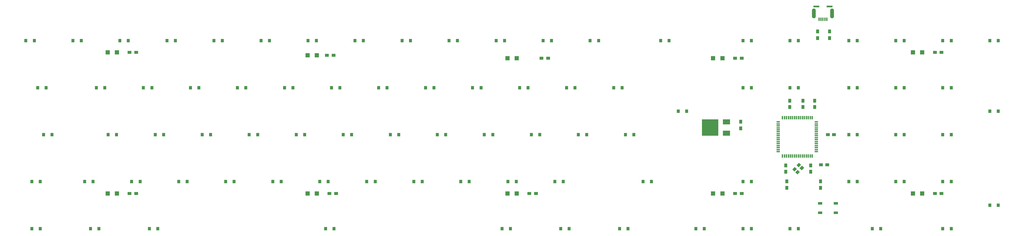
<source format=gbr>
G04 #@! TF.FileFunction,Paste,Bot*
%FSLAX46Y46*%
G04 Gerber Fmt 4.6, Leading zero omitted, Abs format (unit mm)*
G04 Created by KiCad (PCBNEW 4.0.7) date 2018 June 19, Tuesday 20:07:00*
%MOMM*%
%LPD*%
G01*
G04 APERTURE LIST*
%ADD10C,0.100000*%
%ADD11R,1.500000X1.250000*%
%ADD12R,1.250000X1.500000*%
%ADD13R,2.350000X0.800000*%
%ADD14R,0.500000X1.400000*%
%ADD15O,1.500000X4.000000*%
%ADD16R,1.475000X0.600000*%
%ADD17R,0.600000X1.475000*%
%ADD18R,1.300000X1.500000*%
%ADD19R,1.700000X1.000000*%
%ADD20R,3.000000X2.000000*%
%ADD21R,6.700000X6.700000*%
%ADD22R,1.500000X1.300000*%
%ADD23R,1.200000X1.400000*%
%ADD24R,1.750000X1.750000*%
G04 APERTURE END LIST*
D10*
D11*
X369450019Y-138101939D03*
X371950019Y-138101939D03*
D12*
X362187500Y-114656250D03*
X362187500Y-112156250D03*
X356843750Y-114656250D03*
X356843750Y-112156250D03*
X366937500Y-112156250D03*
X366937500Y-114656250D03*
D11*
X372218750Y-125875000D03*
X374718750Y-125875000D03*
D12*
X355262519Y-138351939D03*
X355262519Y-140851939D03*
X365262519Y-138351939D03*
X365262519Y-140851939D03*
D13*
X372925000Y-74050000D03*
X367575000Y-74050000D03*
D14*
X368650000Y-79250000D03*
X369450000Y-79250000D03*
X370250000Y-79250000D03*
X371050000Y-79250000D03*
X371850000Y-79250000D03*
D15*
X366600000Y-76850000D03*
X373900000Y-76850000D03*
D16*
X367625519Y-120726939D03*
X367625519Y-121526939D03*
X367625519Y-122326939D03*
X367625519Y-123126939D03*
X367625519Y-123926939D03*
X367625519Y-124726939D03*
X367625519Y-125526939D03*
X367625519Y-126326939D03*
X367625519Y-127126939D03*
X367625519Y-127926939D03*
X367625519Y-128726939D03*
X367625519Y-129526939D03*
X367625519Y-130326939D03*
X367625519Y-131126939D03*
X367625519Y-131926939D03*
X367625519Y-132726939D03*
D17*
X365887519Y-134464939D03*
X365087519Y-134464939D03*
X364287519Y-134464939D03*
X363487519Y-134464939D03*
X362687519Y-134464939D03*
X361887519Y-134464939D03*
X361087519Y-134464939D03*
X360287519Y-134464939D03*
X359487519Y-134464939D03*
X358687519Y-134464939D03*
X357887519Y-134464939D03*
X357087519Y-134464939D03*
X356287519Y-134464939D03*
X355487519Y-134464939D03*
X354687519Y-134464939D03*
X353887519Y-134464939D03*
D16*
X352149519Y-132726939D03*
X352149519Y-131926939D03*
X352149519Y-131126939D03*
X352149519Y-130326939D03*
X352149519Y-129526939D03*
X352149519Y-128726939D03*
X352149519Y-127926939D03*
X352149519Y-127126939D03*
X352149519Y-126326939D03*
X352149519Y-125526939D03*
X352149519Y-124726939D03*
X352149519Y-123926939D03*
X352149519Y-123126939D03*
X352149519Y-122326939D03*
X352149519Y-121526939D03*
X352149519Y-120726939D03*
D17*
X353887519Y-118988939D03*
X354687519Y-118988939D03*
X355487519Y-118988939D03*
X356287519Y-118988939D03*
X357087519Y-118988939D03*
X357887519Y-118988939D03*
X358687519Y-118988939D03*
X359487519Y-118988939D03*
X360287519Y-118988939D03*
X361087519Y-118988939D03*
X361887519Y-118988939D03*
X362687519Y-118988939D03*
X363487519Y-118988939D03*
X364287519Y-118988939D03*
X365087519Y-118988939D03*
X365887519Y-118988939D03*
D18*
X368125000Y-84162500D03*
X368125000Y-86862500D03*
X372875000Y-84162500D03*
X372875000Y-86862500D03*
X355656250Y-144712500D03*
X355656250Y-147412500D03*
X369312500Y-144712500D03*
X369312500Y-147412500D03*
D19*
X369131250Y-157462500D03*
X375431250Y-157462500D03*
X369131250Y-153662500D03*
X375431250Y-153662500D03*
D10*
G36*
X359944321Y-141970747D02*
X359095793Y-141122219D01*
X360085743Y-140132269D01*
X360934271Y-140980797D01*
X359944321Y-141970747D01*
X359944321Y-141970747D01*
G37*
G36*
X361641377Y-140273691D02*
X360792849Y-139425163D01*
X361782799Y-138435213D01*
X362631327Y-139283741D01*
X361641377Y-140273691D01*
X361641377Y-140273691D01*
G37*
G36*
X358742239Y-140768665D02*
X357893711Y-139920137D01*
X358883661Y-138930187D01*
X359732189Y-139778715D01*
X358742239Y-140768665D01*
X358742239Y-140768665D01*
G37*
G36*
X360439295Y-139071609D02*
X359590767Y-138223081D01*
X360580717Y-137233131D01*
X361429245Y-138081659D01*
X360439295Y-139071609D01*
X360439295Y-139071609D01*
G37*
D20*
X331300000Y-125300000D03*
D21*
X324650000Y-123000000D03*
D20*
X331300000Y-120700000D03*
D18*
X337000000Y-120650000D03*
X337000000Y-123350000D03*
D22*
X90087500Y-149625000D03*
X92787500Y-149625000D03*
X170837500Y-149625000D03*
X173537500Y-149625000D03*
X251587500Y-149625000D03*
X254287500Y-149625000D03*
X334712500Y-149625000D03*
X337412500Y-149625000D03*
X415462500Y-149625000D03*
X418162500Y-149625000D03*
X90087500Y-92625000D03*
X92787500Y-92625000D03*
X169812500Y-93812500D03*
X172512500Y-93812500D03*
X256500000Y-95000000D03*
X259200000Y-95000000D03*
X334712500Y-95000000D03*
X337412500Y-95000000D03*
X415462500Y-92625000D03*
X418162500Y-92625000D03*
D23*
X418675000Y-163875000D03*
X422075000Y-163875000D03*
X390175000Y-163875000D03*
X393575000Y-163875000D03*
X356925000Y-163875000D03*
X360325000Y-163875000D03*
X337925000Y-163875000D03*
X341325000Y-163875000D03*
X318925000Y-163875000D03*
X322325000Y-163875000D03*
X288050000Y-163875000D03*
X291450000Y-163875000D03*
X264300000Y-163875000D03*
X267700000Y-163875000D03*
X240550000Y-163875000D03*
X243950000Y-163875000D03*
X169300000Y-163875000D03*
X172700000Y-163875000D03*
X98050000Y-163875000D03*
X101450000Y-163875000D03*
X74300000Y-163875000D03*
X77700000Y-163875000D03*
X50550000Y-163875000D03*
X53950000Y-163875000D03*
X437675000Y-154375000D03*
X441075000Y-154375000D03*
X418675000Y-144875000D03*
X422075000Y-144875000D03*
X399675000Y-144875000D03*
X403075000Y-144875000D03*
X380675000Y-144875000D03*
X384075000Y-144875000D03*
X337925000Y-144875000D03*
X341325000Y-144875000D03*
X297550000Y-144875000D03*
X300950000Y-144875000D03*
X261925000Y-144875000D03*
X265325000Y-144875000D03*
X242925000Y-144875000D03*
X246325000Y-144875000D03*
X223925000Y-144875000D03*
X227325000Y-144875000D03*
X204925000Y-144875000D03*
X208325000Y-144875000D03*
X185925000Y-144875000D03*
X189325000Y-144875000D03*
X166925000Y-144875000D03*
X170325000Y-144875000D03*
X147925000Y-144875000D03*
X151325000Y-144875000D03*
X128925000Y-144875000D03*
X132325000Y-144875000D03*
X109925000Y-144875000D03*
X113325000Y-144875000D03*
X90925000Y-144875000D03*
X94325000Y-144875000D03*
X71925000Y-144875000D03*
X75325000Y-144875000D03*
X50550000Y-144875000D03*
X53950000Y-144875000D03*
X418675000Y-125875000D03*
X422075000Y-125875000D03*
X399675000Y-125875000D03*
X403075000Y-125875000D03*
X380675000Y-125875000D03*
X384075000Y-125875000D03*
X290425000Y-125875000D03*
X293825000Y-125875000D03*
X271425000Y-125875000D03*
X274825000Y-125875000D03*
X252425000Y-125875000D03*
X255825000Y-125875000D03*
X233425000Y-125875000D03*
X236825000Y-125875000D03*
X214425000Y-125875000D03*
X217825000Y-125875000D03*
X195425000Y-125875000D03*
X198825000Y-125875000D03*
X176425000Y-125875000D03*
X179825000Y-125875000D03*
X157425000Y-125875000D03*
X160825000Y-125875000D03*
X138425000Y-125875000D03*
X141825000Y-125875000D03*
X119425000Y-125875000D03*
X122825000Y-125875000D03*
X100425000Y-125875000D03*
X103825000Y-125875000D03*
X81425000Y-125875000D03*
X84825000Y-125875000D03*
X55300000Y-125875000D03*
X58700000Y-125875000D03*
X437675000Y-116375000D03*
X441075000Y-116375000D03*
X418675000Y-106875000D03*
X422075000Y-106875000D03*
X399675000Y-106875000D03*
X403075000Y-106875000D03*
X380675000Y-106875000D03*
X384075000Y-106875000D03*
X356925000Y-106875000D03*
X360325000Y-106875000D03*
X337925000Y-106875000D03*
X341325000Y-106875000D03*
X311800000Y-116375000D03*
X315200000Y-116375000D03*
X285675000Y-106875000D03*
X289075000Y-106875000D03*
X266675000Y-106875000D03*
X270075000Y-106875000D03*
X247675000Y-106875000D03*
X251075000Y-106875000D03*
X228675000Y-106875000D03*
X232075000Y-106875000D03*
X209675000Y-106875000D03*
X213075000Y-106875000D03*
X190675000Y-106875000D03*
X194075000Y-106875000D03*
X171675000Y-106875000D03*
X175075000Y-106875000D03*
X152675000Y-106875000D03*
X156075000Y-106875000D03*
X133675000Y-106875000D03*
X137075000Y-106875000D03*
X114675000Y-106875000D03*
X118075000Y-106875000D03*
X95675000Y-106875000D03*
X99075000Y-106875000D03*
X76675000Y-106875000D03*
X80075000Y-106875000D03*
X52925000Y-106875000D03*
X56325000Y-106875000D03*
X437675000Y-87875000D03*
X441075000Y-87875000D03*
X418675000Y-87875000D03*
X422075000Y-87875000D03*
X399675000Y-87875000D03*
X403075000Y-87875000D03*
X380675000Y-87875000D03*
X384075000Y-87875000D03*
X356925000Y-87875000D03*
X360325000Y-87875000D03*
X337925000Y-87875000D03*
X341325000Y-87875000D03*
X304675000Y-87875000D03*
X308075000Y-87875000D03*
X276175000Y-87875000D03*
X279575000Y-87875000D03*
X257175000Y-87875000D03*
X260575000Y-87875000D03*
X238175000Y-87875000D03*
X241575000Y-87875000D03*
X219175000Y-87875000D03*
X222575000Y-87875000D03*
X200175000Y-87875000D03*
X203575000Y-87875000D03*
X181175000Y-87875000D03*
X184575000Y-87875000D03*
X162175000Y-87875000D03*
X165575000Y-87875000D03*
X143175000Y-87875000D03*
X146575000Y-87875000D03*
X124175000Y-87875000D03*
X127575000Y-87875000D03*
X105175000Y-87875000D03*
X108575000Y-87875000D03*
X86175000Y-87875000D03*
X89575000Y-87875000D03*
X67175000Y-87875000D03*
X70575000Y-87875000D03*
X48175000Y-87875000D03*
X51575000Y-87875000D03*
D24*
X406625000Y-92625000D03*
X410375000Y-92625000D03*
X325875000Y-95000000D03*
X329625000Y-95000000D03*
X242750000Y-95000000D03*
X246500000Y-95000000D03*
X162000000Y-93812500D03*
X165750000Y-93812500D03*
X81250000Y-92625000D03*
X85000000Y-92625000D03*
X406625000Y-149625000D03*
X410375000Y-149625000D03*
X325875000Y-149625000D03*
X329625000Y-149625000D03*
X242750000Y-149625000D03*
X246500000Y-149625000D03*
X162000000Y-149625000D03*
X165750000Y-149625000D03*
X81250000Y-149625000D03*
X85000000Y-149625000D03*
M02*

</source>
